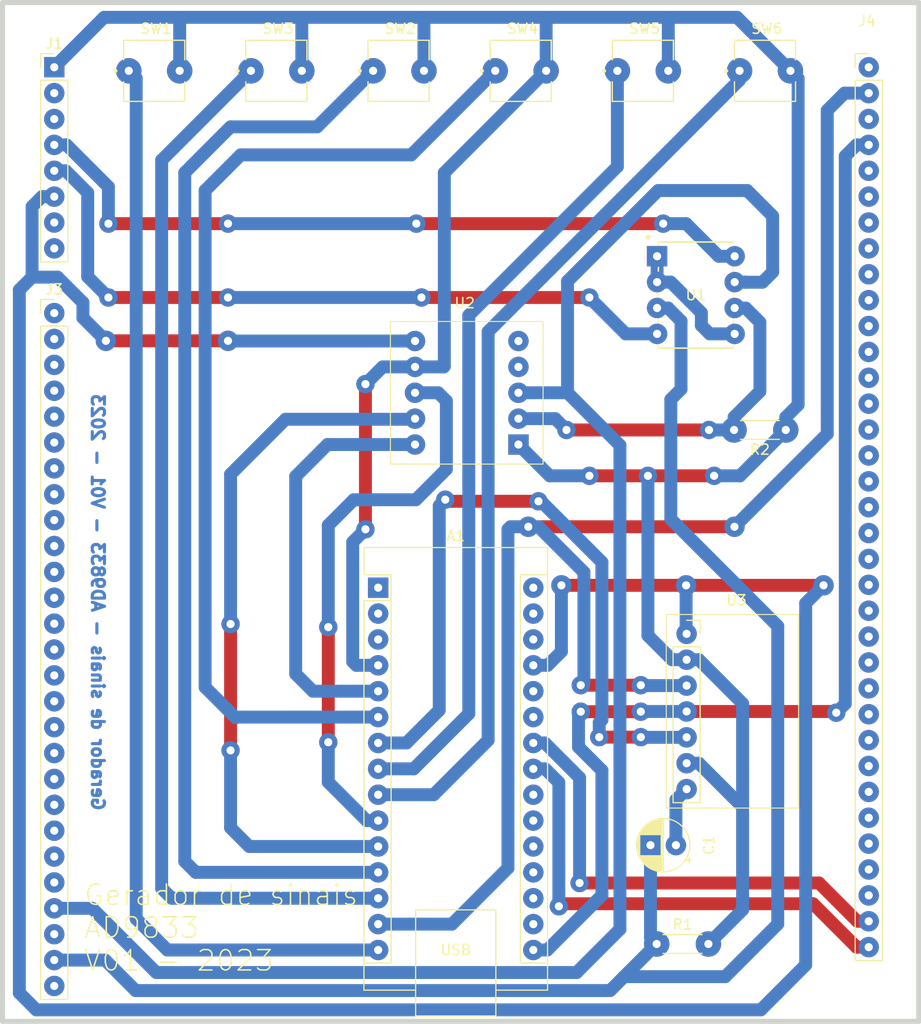
<source format=kicad_pcb>
(kicad_pcb (version 20221018) (generator pcbnew)
  (title_block (title "Barramento do EITduino") (date "2023-04-12") (rev "v01") (company "EITduino") (comment 1 "Autor: Gustavo Pinheiro") (comment 2 "Barramento proposto para uma placa 90x100 mm") (comment 3 "placa de face simples"))
  (layers (0 "F.Cu" signal) (31 "B.Cu" signal) (34 "B.Paste" user) (35 "F.Paste" user) (36 "B.SilkS" user "B.Silkscreen") (37 "F.SilkS" user "F.Silkscreen") (38 "B.Mask" user) (39 "F.Mask" user) (44 "Edge.Cuts" user))
  (net 0 "")
  (net 1 "+12V")
  (net 2 "-12V")
  (net 3 "+9V")
  (net 4 "-9V")
  (net 5 "+5V")
  (net 6 "-5V")
  (net 7 "+3.3V")
  (net 47 "Earth")
  (net 49 "I1")
  (net 50 "I2")
  (net 51 "Ampl1")
  (net 52 "Ampl2")
  (net 54 "Sin2")
  (net 56 "SinB")
  (net 57 "SINC")
  (net 58 "SPI_COPI")
  (net 59 "SPI_CIPO")
  (net 60 "SPI_clk")
  (net 61 "CS (AD9833)")
  (net 63 "CS (X9c104)")
  (net 64 "storage_R")
  (net 65 "SCL3")
  (net 66 "SDA3")
  (net 67 "SCL2")
  (net 68 "SDA2")
  (net 69 "SCL1")
  (net 70 "SDA1")
  (net 71 "Up_pot")
  (net 72 "Down_pot")
  (net 73 "X9c10x_INC")
  (net 74 "X9c10x_U{slash}D")
  (net 75 "freq+")
  (net 76 "freq-")
  (net 77 "S_wave")
  (net 84 "out_buffer")
  (net 89 "Out_ad9833")
  (net 90 "Passa_alta")
  (net 91 "Out_circuito")
  (net 94 "CS (1)")
  (net 95 "CS (0)")
  (net 96 "Net-(U1--IN2)")
  (footprint "X9c10X_module:X9c10X_module" (layer "F.Cu") (at 147.2 89.1)
    (fp_text reference "U2" (at -0.2 -8.8) (layer "F.SilkS"))
    (fp_text value "X9c10x")
    (pad "1" thru_hole circle (at -5.08 -5.08) (size 2 2) (drill 0.8) (layers "*.Cu" "*.Mask") (net 5 "+5V"))
    (pad "2" thru_hole circle (at -5.08 -2.54) (size 2 2) (drill 0.8) (layers "*.Cu" "*.Mask") (net 47 "Earth"))
    (pad "3" thru_hole circle (at -5.08 0) (size 2 2) (drill 0.8) (layers "*.Cu" "*.Mask") (net 73 "X9c10x_INC"))
    (pad "4" thru_hole circle (at -5.08 2.54) (size 2 2) (drill 0.8) (layers "*.Cu" "*.Mask") (net 74 "X9c10x_U{slash}D"))
    (pad "5" thru_hole circle (at -5.08 5.08) (size 2 2) (drill 0.8) (layers "*.Cu" "*.Mask") (net 63 "CS (X9c104)"))
    (pad "6" thru_hole rect (at 5.08 5.08) (size 2 2) (drill 0.8) (layers "*.Cu" "*.Mask") (net 47 "Earth"))
    (pad "7" thru_hole circle (at 5.08 2.54) (size 2 2) (drill 0.8) (layers "*.Cu" "*.Mask") (net 96 "Net-(U1--IN2)"))
    (pad "8" thru_hole circle (at 5.08 0) (size 2 2) (drill 0.8) (layers "*.Cu" "*.Mask") (net 91 "Out_circuito"))
    (pad "9" thru_hole circle (at 5.08 -2.54) (size 2 2) (drill 0.8) (layers "*.Cu" "*.Mask"))
    (pad "10" thru_hole circle (at 5.08 -5.08) (size 2 2) (drill 0.8) (layers "*.Cu" "*.Mask"))
  )
  (footprint "push_button_2_pin:SW_BUTT-2" (layer "F.Cu") (at 128.5 57.5)
    (fp_text reference "SW3" (at 0.175 -4.135) (layer "F.SilkS"))
    (fp_text value "botao_decremento_freq")
    (pad "1" thru_hole circle (at -2.5 0) (size 2.5 2.5) (drill 0.8) (layers "*.Cu" "*.Mask") (net 76 "freq-"))
    (pad "2" thru_hole circle (at 2.5 0) (size 2.5 2.5) (drill 0.8) (layers "*.Cu" "*.Mask") (net 47 "Earth"))
  )
  (footprint "Capacitor_THT:CP_Radial_D5.0mm_P2.50mm" (layer "F.Cu") (at 167.75 133.5 180)
    (fp_text reference "C1" (at -3.25 0 90) (layer "F.SilkS"))
    (fp_text value "100 nF")
    (pad "1" thru_hole circle (at 0 0 180) (size 2 2) (drill 0.8) (layers "*.Cu" "*.Mask") (net 89 "Out_ad9833"))
    (pad "2" thru_hole rect (at 2.5 0 180) (size 2 2.5) (drill 0.8) (layers "*.Cu" "*.Mask") (net 90 "Passa_alta"))
  )
  (footprint "Module:Arduino_Nano" (layer "F.Cu") (at 138.5 108.23)
    (fp_text reference "A1" (at 7.62 -5.08) (layer "F.SilkS"))
    (fp_text value "Arduino_Nano_v3.x")
    (fp_text user "USB" (at 7.62 35.56 unlocked) (layer "F.SilkS"))
    (pad "1" thru_hole rect (at 0 0) (size 2 2) (drill 0.8) (layers "*.Cu" "*.Mask"))
    (pad "2" thru_hole circle (at 0 2.54) (size 2 2) (drill 0.8) (layers "*.Cu" "*.Mask"))
    (pad "3" thru_hole circle (at 0 5.08) (size 2 2) (drill 0.8) (layers "*.Cu" "*.Mask"))
    (pad "4" thru_hole circle (at 0 7.62) (size 2 2) (drill 0.8) (layers "*.Cu" "*.Mask") (net 47 "Earth"))
    (pad "5" thru_hole circle (at 0 10.16) (size 2 2) (drill 0.8) (layers "*.Cu" "*.Mask") (net 63 "CS (X9c104)"))
    (pad "6" thru_hole circle (at 0 12.7) (size 2 2) (drill 0.8) (layers "*.Cu" "*.Mask") (net 64 "storage_R"))
    (pad "7" thru_hole circle (at 0 15.24) (size 2 2) (drill 0.8) (layers "*.Cu" "*.Mask") (net 61 "CS (AD9833)"))
    (pad "8" thru_hole circle (at 0 17.78) (size 2 2) (drill 0.8) (layers "*.Cu" "*.Mask") (net 71 "Up_pot"))
    (pad "9" thru_hole circle (at 0 20.32) (size 2 2) (drill 0.8) (layers "*.Cu" "*.Mask") (net 72 "Down_pot"))
    (pad "10" thru_hole circle (at 0 22.86) (size 2 2) (drill 0.8) (layers "*.Cu" "*.Mask") (net 73 "X9c10x_INC"))
    (pad "11" thru_hole circle (at 0 25.4) (size 2 2) (drill 0.8) (layers "*.Cu" "*.Mask") (net 74 "X9c10x_U{slash}D"))
    (pad "12" thru_hole circle (at 0 27.94) (size 2 2) (drill 0.8) (layers "*.Cu" "*.Mask") (net 75 "freq+"))
    (pad "13" thru_hole circle (at 0 30.48) (size 2 2) (drill 0.8) (layers "*.Cu" "*.Mask") (net 76 "freq-"))
    (pad "14" thru_hole circle (at 0 33.02) (size 2 2) (drill 0.8) (layers "*.Cu" "*.Mask") (net 58 "SPI_COPI"))
    (pad "15" thru_hole circle (at 0 35.56) (size 2 2) (drill 0.8) (layers "*.Cu" "*.Mask") (net 77 "S_wave"))
    (pad "16" thru_hole circle (at 15.24 35.56) (size 2 2) (drill 0.8) (layers "*.Cu" "*.Mask") (net 60 "SPI_clk"))
    (pad "17" thru_hole circle (at 15.24 33.02) (size 2 2) (drill 0.8) (layers "*.Cu" "*.Mask"))
    (pad "18" thru_hole circle (at 15.24 30.48) (size 2 2) (drill 0.8) (layers "*.Cu" "*.Mask"))
    (pad "19" thru_hole circle (at 15.24 27.94) (size 2 2) (drill 0.8) (layers "*.Cu" "*.Mask"))
    (pad "20" thru_hole circle (at 15.24 25.4) (size 2 2) (drill 0.8) (layers "*.Cu" "*.Mask"))
    (pad "21" thru_hole circle (at 15.24 22.86) (size 2 2) (drill 0.8) (layers "*.Cu" "*.Mask"))
    (pad "22" thru_hole circle (at 15.24 20.32) (size 2 2) (drill 0.8) (layers "*.Cu" "*.Mask"))
    (pad "23" thru_hole circle (at 15.24 17.78) (size 2 2) (drill 0.8) (layers "*.Cu" "*.Mask") (net 70 "SDA1"))
    (pad "24" thru_hole circle (at 15.24 15.24) (size 2 2) (drill 0.8) (layers "*.Cu" "*.Mask") (net 69 "SCL1"))
    (pad "25" thru_hole circle (at 15.24 12.7) (size 2 2) (drill 0.8) (layers "*.Cu" "*.Mask"))
    (pad "26" thru_hole circle (at 15.24 10.16) (size 2 2) (drill 0.8) (layers "*.Cu" "*.Mask"))
    (pad "27" thru_hole circle (at 15.24 7.62) (size 2 2) (drill 0.8) (layers "*.Cu" "*.Mask") (net 5 "+5V"))
    (pad "28" thru_hole circle (at 15.24 5.08) (size 2 2) (drill 0.8) (layers "*.Cu" "*.Mask"))
    (pad "29" thru_hole circle (at 15.24 2.54) (size 2 2) (drill 0.8) (layers "*.Cu" "*.Mask"))
    (pad "30" thru_hole circle (at 15.24 0) (size 2 2) (drill 0.8) (layers "*.Cu" "*.Mask"))
  )
  (footprint "AD828:N_8_ADI" (layer "F.Cu") (at 165.9 75.7)
    (fp_text reference "U1" (at 3.81 3.81 unlocked) (layer "F.SilkS"))
    (fp_text value "AD828AN")
    (fp_text user "*" (at -0.9 -1.524) (layer "F.SilkS"))
    (pad "1" thru_hole rect (at 0 0) (size 2 2) (drill 0.8) (layers "*.Cu" "*.Mask") (net 84 "out_buffer"))
    (pad "2" thru_hole circle (at 0 2.54) (size 2 2) (drill 0.8) (layers "*.Cu" "*.Mask") (net 84 "out_buffer"))
    (pad "3" thru_hole circle (at 0 5.08) (size 2 2) (drill 0.8) (layers "*.Cu" "*.Mask") (net 90 "Passa_alta"))
    (pad "4" thru_hole circle (at 0 7.62) (size 2 2) (drill 0.8) (layers "*.Cu" "*.Mask") (net 4 "-9V"))
    (pad "5" thru_hole circle (at 7.62 7.62) (size 2 2) (drill 0.8) (layers "*.Cu" "*.Mask") (net 84 "out_buffer"))
    (pad "6" thru_hole circle (at 7.62 5.08) (size 2 2) (drill 0.8) (layers "*.Cu" "*.Mask") (net 96 "Net-(U1--IN2)"))
    (pad "7" thru_hole circle (at 7.62 2.54) (size 2 2) (drill 0.8) (layers "*.Cu" "*.Mask") (net 91 "Out_circuito"))
    (pad "8" thru_hole circle (at 7.62 0) (size 2 2) (drill 0.8) (layers "*.Cu" "*.Mask") (net 3 "+9V"))
  )
  (footprint "push_button_2_pin:SW_BUTT-2" (layer "F.Cu") (at 152.5 57.5)
    (fp_text reference "SW4" (at 0.175 -4.135) (layer "F.SilkS"))
    (fp_text value "botao_save_Rgain")
    (pad "1" thru_hole circle (at -2.5 0) (size 2.5 2.5) (drill 0.8) (layers "*.Cu" "*.Mask") (net 64 "storage_R"))
    (pad "2" thru_hole circle (at 2.5 0) (size 2.5 2.5) (drill 0.8) (layers "*.Cu" "*.Mask") (net 47 "Earth"))
  )
  (footprint "Connector_PinHeader_2.54mm:PinHeader_1x35_P2.54mm_Vertical" (layer "F.Cu") (at 186.69 57.15)
    (fp_text reference "J4" (at -0.165 -4.535) (layer "F.SilkS"))
    (fp_text value "comunicacao / sinais digitais" hide)
    (pad "1" thru_hole circle (at 0 0) (size 2 2) (drill 0.8) (layers "*.Cu" "*.Mask") (net 57 "SINC"))
    (pad "2" thru_hole circle (at 0 2.54) (size 2 2) (drill 0.8) (layers "*.Cu" "*.Mask") (net 58 "SPI_COPI"))
    (pad "3" thru_hole circle (at 0 5.08) (size 2 2) (drill 0.8) (layers "*.Cu" "*.Mask") (net 59 "SPI_CIPO"))
    (pad "4" thru_hole circle (at 0 7.62) (size 2 2) (drill 0.8) (layers "*.Cu" "*.Mask") (net 60 "SPI_clk"))
    (pad "5" thru_hole circle (at 0 10.16) (size 2 2) (drill 0.8) (layers "*.Cu" "*.Mask") (net 95 "CS (0)"))
    (pad "6" thru_hole circle (at 0 12.7) (size 2 2) (drill 0.8) (layers "*.Cu" "*.Mask") (net 94 "CS (1)"))
    (pad "7" thru_hole circle (at 0 15.24) (size 2 2) (drill 0.8) (layers "*.Cu" "*.Mask"))
    (pad "8" thru_hole circle (at 0 17.78) (size 2 2) (drill 0.8) (layers "*.Cu" "*.Mask"))
    (pad "9" thru_hole circle (at 0 20.32) (size 2 2) (drill 0.8) (layers "*.Cu" "*.Mask"))
    (pad "10" thru_hole circle (at 0 22.86) (size 2 2) (drill 0.8) (layers "*.Cu" "*.Mask"))
    (pad "11" thru_hole circle (at 0 25.4) (size 2 2) (drill 0.8) (layers "*.Cu" "*.Mask"))
    (pad "12" thru_hole circle (at 0 27.94) (size 2 2) (drill 0.8) (layers "*.Cu" "*.Mask"))
    (pad "13" thru_hole circle (at 0 30.48) (size 2 2) (drill 0.8) (layers "*.Cu" "*.Mask"))
    (pad "14" thru_hole circle (at 0 33.02) (size 2 2) (drill 0.8) (layers "*.Cu" "*.Mask"))
    (pad "15" thru_hole circle (at 0 35.56) (size 2 2) (drill 0.8) (layers "*.Cu" "*.Mask"))
    (pad "16" thru_hole circle (at 0 38.1) (size 2 2) (drill 0.8) (layers "*.Cu" "*.Mask"))
    (pad "17" thru_hole circle (at 0 40.64) (size 2 2) (drill 0.8) (layers "*.Cu" "*.Mask"))
    (pad "18" thru_hole circle (at 0 43.18) (size 2 2) (drill 0.8) (layers "*.Cu" "*.Mask"))
    (pad "19" thru_hole circle (at 0 45.72) (size 2 2) (drill 0.8) (layers "*.Cu" "*.Mask"))
    (pad "20" thru_hole circle (at 0 48.26) (size 2 2) (drill 0.8) (layers "*.Cu" "*.Mask"))
    (pad "21" thru_hole circle (at 0 50.8) (size 2 2) (drill 0.8) (layers "*.Cu" "*.Mask"))
    (pad "22" thru_hole circle (at 0 53.34) (size 2 2) (drill 0.8) (layers "*.Cu" "*.Mask"))
    (pad "23" thru_hole circle (at 0 55.88) (size 2 2) (drill 0.8) (layers "*.Cu" "*.Mask"))
    (pad "24" thru_hole circle (at 0 58.42) (size 2 2) (drill 0.8) (layers "*.Cu" "*.Mask"))
    (pad "25" thru_hole circle (at 0 60.96) (size 2 2) (drill 0.8) (layers "*.Cu" "*.Mask"))
    (pad "26" thru_hole circle (at 0 63.5) (size 2 2) (drill 0.8) (layers "*.Cu" "*.Mask"))
    (pad "27" thru_hole circle (at 0 66.04) (size 2 2) (drill 0.8) (layers "*.Cu" "*.Mask"))
    (pad "28" thru_hole circle (at 0 68.58) (size 2 2) (drill 0.8) (layers "*.Cu" "*.Mask"))
    (pad "29" thru_hole circle (at 0 71.12) (size 2 2) (drill 0.8) (layers "*.Cu" "*.Mask"))
    (pad "30" thru_hole circle (at 0 73.66) (size 2 2) (drill 0.8) (layers "*.Cu" "*.Mask") (net 65 "SCL3"))
    (pad "31" thru_hole circle (at 0 76.2) (size 2 2) (drill 0.8) (layers "*.Cu" "*.Mask") (net 66 "SDA3"))
    (pad "32" thru_hole circle (at 0 78.74) (size 2 2) (drill 0.8) (layers "*.Cu" "*.Mask") (net 67 "SCL2"))
    (pad "33" thru_hole circle (at 0 81.28) (size 2 2) (drill 0.8) (layers "*.Cu" "*.Mask") (net 68 "SDA2"))
    (pad "34" thru_hole circle (at 0 83.82) (size 2 2) (drill 0.8) (layers "*.Cu" "*.Mask") (net 69 "SCL1"))
    (pad "35" thru_hole circle (at 0 86.36) (size 2 2) (drill 0.8) (layers "*.Cu" "*.Mask") (net 70 "SDA1"))
  )
  (footprint "push_button_2_pin:SW_BUTT-2" (layer "F.Cu") (at 176.5 57.5)
    (fp_text reference "SW6" (at 0.175 -4.135) (layer "F.SilkS"))
    (fp_text value "botao_diminui_Rgain")
    (pad "1" thru_hole circle (at -2.5 0) (size 2.5 2.5) (drill 0.8) (layers "*.Cu" "*.Mask") (net 72 "Down_pot"))
    (pad "2" thru_hole circle (at 2.5 0) (size 2.5 2.5) (drill 0.8) (layers "*.Cu" "*.Mask") (net 47 "Earth"))
  )
  (footprint "Resistor_THT:R_Axial_DIN0204_L3.6mm_D1.6mm_P5.08mm_Horizontal" (layer "F.Cu") (at 178.54 92.75 180)
    (fp_text reference "R2" (at 2.54 -1.92) (layer "F.SilkS"))
    (fp_text value "2,7k")
    (pad "1" thru_hole circle (at 0 0 180) (size 2.5 2.5) (drill 0.8) (layers "*.Cu" "*.Mask") (net 47 "Earth"))
    (pad "2" thru_hole circle (at 5.08 0 180) (size 2.5 2.5) (drill 0.8) (layers "*.Cu" "*.Mask") (net 96 "Net-(U1--IN2)"))
  )
  (footprint "Connector_PinHeader_2.54mm:PinHeader_1x08_P2.54mm_Vertical" (layer "F.Cu") (at 106.68 57.15)
    (fp_text reference "J1" (at 0 -2.33) (layer "F.SilkS"))
    (fp_text value "tensoes")
    (pad "1" thru_hole rect (at 0 0) (size 2 2) (drill 0.8) (layers "*.Cu" "*.Mask") (net 47 "Earth"))
    (pad "2" thru_hole circle (at 0 2.54) (size 2 2) (drill 0.8) (layers "*.Cu" "*.Mask") (net 1 "+12V"))
    (pad "3" thru_hole circle (at 0 5.08) (size 2 2) (drill 0.8) (layers "*.Cu" "*.Mask") (net 2 "-12V"))
    (pad "4" thru_hole circle (at 0 7.62) (size 2 2) (drill 0.8) (layers "*.Cu" "*.Mask") (net 3 "+9V"))
    (pad "5" thru_hole circle (at 0 10.16) (size 2 2) (drill 0.8) (layers "*.Cu" "*.Mask") (net 4 "-9V"))
    (pad "6" thru_hole circle (at 0 12.7) (size 2 2) (drill 0.8) (layers "*.Cu" "*.Mask") (net 5 "+5V"))
    (pad "7" thru_hole circle (at 0 15.24) (size 2 2) (drill 0.8) (layers "*.Cu" "*.Mask") (net 6 "-5V"))
    (pad "8" thru_hole circle (at 0 17.78) (size 2 2) (drill 0.8) (layers "*.Cu" "*.Mask") (net 7 "+3.3V"))
  )
  (footprint "Connector_PinHeader_2.54mm:PinHeader_1x27_P2.54mm_Vertical" (layer "F.Cu") (at 106.68 81.28)
    (fp_text reference "J3" (at 0 -2.33) (layer "F.SilkS"))
    (fp_text value "sinais analogicos")
    (pad "1" thru_hole circle (at 0 0) (size 2 2) (drill 0.8) (layers "*.Cu" "*.Mask"))
    (pad "2" thru_hole circle (at 0 2.54) (size 2 2) (drill 0.8) (layers "*.Cu" "*.Mask"))
    (pad "3" thru_hole circle (at 0 5.08) (size 2 2) (drill 0.8) (layers "*.Cu" "*.Mask"))
    (pad "4" thru_hole circle (at 0 7.62) (size 2 2) (drill 0.8) (layers "*.Cu" "*.Mask"))
    (pad "5" thru_hole circle (at 0 10.16) (size 2 2) (drill 0.8) (layers "*.Cu" "*.Mask"))
    (pad "6" thru_hole circle (at 0 12.7) (size 2 2) (drill 0.8) (layers "*.Cu" "*.Mask"))
    (pad "7" thru_hole circle (at 0 15.24) (size 2 2) (drill 0.8) (layers "*.Cu" "*.Mask"))
    (pad "8" thru_hole circle (at 0 17.78) (size 2 2) (drill 0.8) (layers "*.Cu" "*.Mask"))
    (pad "9" thru_hole circle (at 0 20.32) (size 2 2) (drill 0.8) (layers "*.Cu" "*.Mask"))
    (pad "10" thru_hole circle (at 0 22.86) (size 2 2) (drill 0.8) (layers "*.Cu" "*.Mask"))
    (pad "11" thru_hole circle (at 0 25.4) (size 2 2) (drill 0.8) (layers "*.Cu" "*.Mask"))
    (pad "12" thru_hole circle (at 0 27.94) (size 2 2) (drill 0.8) (layers "*.Cu" "*.Mask"))
    (pad "13" thru_hole circle (at 0 30.48) (size 2 2) (drill 0.8) (layers "*.Cu" "*.Mask"))
    (pad "14" thru_hole circle (at 0 33.02) (size 2 2) (drill 0.8) (layers "*.Cu" "*.Mask"))
    (pad "15" thru_hole circle (at 0 35.56) (size 2 2) (drill 0.8) (layers "*.Cu" "*.Mask"))
    (pad "16" thru_hole circle (at 0 38.1) (size 2 2) (drill 0.8) (layers "*.Cu" "*.Mask"))
    (pad "17" thru_hole circle (at 0 40.64) (size 2 2) (drill 0.8) (layers "*.Cu" "*.Mask"))
    (pad "18" thru_hole circle (at 0 43.18) (size 2 2) (drill 0.8) (layers "*.Cu" "*.Mask"))
    (pad "19" thru_hole circle (at 0 45.72) (size 2 2) (drill 0.8) (layers "*.Cu" "*.Mask"))
    (pad "20" thru_hole circle (at 0 48.26) (size 2 2) (drill 0.8) (layers "*.Cu" "*.Mask") (net 49 "I1"))
    (pad "21" thru_hole circle (at 0 50.8) (size 2 2) (drill 0.8) (layers "*.Cu" "*.Mask") (net 50 "I2"))
    (pad "22" thru_hole circle (at 0 53.34) (size 2 2) (drill 0.8) (layers "*.Cu" "*.Mask") (net 51 "Ampl1"))
    (pad "23" thru_hole circle (at 0 55.88) (size 2 2) (drill 0.8) (layers "*.Cu" "*.Mask") (net 52 "Ampl2"))
    (pad "24" thru_hole circle (at 0 58.42) (size 2 2) (drill 0.8) (layers "*.Cu" "*.Mask") (net 91 "Out_circuito"))
    (pad "25" thru_hole circle (at 0 60.96) (size 2 2) (drill 0.8) (layers "*.Cu" "*.Mask") (net 54 "Sin2"))
    (pad "26" thru_hole circle (at 0 63.5) (size 2 2) (drill 0.8) (layers "*.Cu" "*.Mask") (net 90 "Passa_alta"))
    (pad "27" thru_hole circle (at 0 66.04) (size 2 2) (drill 0.8) (layers "*.Cu" "*.Mask") (net 56 "SinB"))
  )
  (footprint "AD9833_module:AD9833_module" (layer "F.Cu") (at 168.8 112.76)
    (fp_text reference "U3" (at 4.9 -3.3) (layer "F.SilkS"))
    (fp_text value "AD9833_module")
    (pad "1" thru_hole circle (at 0 0) (size 2 2) (drill 0.8) (layers "*.Cu" "*.Mask") (net 5 "+5V"))
    (pad "2" thru_hole circle (at 0 2.54) (size 2 2) (drill 0.8) (layers "*.Cu" "*.Mask") (net 47 "Earth"))
    (pad "3" thru_hole circle (at 0 5.08) (size 2 2) (drill 0.8) (layers "*.Cu" "*.Mask") (net 58 "SPI_COPI"))
    (pad "4" thru_hole circle (at 0 7.62) (size 2 2) (drill 0.8) (layers "*.Cu" "*.Mask") (net 60 "SPI_clk"))
    (pad "5" thru_hole circle (at 0 10.16) (size 2 2) (drill 0.8) (layers "*.Cu" "*.Mask") (net 61 "CS (AD9833)"))
    (pad "6" thru_hole circle (at 0 12.7) (size 2 2) (drill 0.8) (layers "*.Cu" "*.Mask") (net 47 "Earth"))
    (pad "7" thru_hole circle (at 0 15.24) (size 2 2) (drill 0.8) (layers "*.Cu" "*.Mask") (net 89 "Out_ad9833"))
  )
  (footprint "push_button_2_pin:SW_BUTT-2" (layer "F.Cu") (at 140.5 57.5)
    (fp_text reference "SW2" (at 0.175 -4.135) (layer "F.SilkS"))
    (fp_text value "botao_incremento_freq")
    (pad "1" thru_hole circle (at -2.5 0) (size 2.5 2.5) (drill 0.8) (layers "*.Cu" "*.Mask") (net 75 "freq+"))
    (pad "2" thru_hole circle (at 2.5 0) (size 2.5 2.5) (drill 0.8) (layers "*.Cu" "*.Mask") (net 47 "Earth"))
  )
  (footprint "push_button_2_pin:SW_BUTT-2" (layer "F.Cu") (at 116.5 57.5)
    (fp_text reference "SW1" (at 0.175 -4.135) (layer "F.SilkS"))
    (fp_text value "botao_forma_onda")
    (pad "1" thru_hole circle (at -2.5 0) (size 2.5 2.5) (drill 0.8) (layers "*.Cu" "*.Mask") (net 77 "S_wave"))
    (pad "2" thru_hole circle (at 2.5 0) (size 2.5 2.5) (drill 0.8) (layers "*.Cu" "*.Mask") (net 47 "Earth"))
  )
  (footprint "Resistor_THT:R_Axial_DIN0204_L3.6mm_D1.6mm_P5.08mm_Horizontal" (layer "F.Cu") (at 165.86 143.2)
    (fp_text reference "R1" (at 2.54 -1.92) (layer "F.SilkS"))
    (fp_text value "10k")
    (pad "1" thru_hole circle (at 0 0) (size 2.5 2.5) (drill 0.8) (layers "*.Cu" "*.Mask") (net 90 "Passa_alta"))
    (pad "2" thru_hole circle (at 5.08 0) (size 2.5 2.5) (drill 0.8) (layers "*.Cu" "*.Mask") (net 47 "Earth"))
  )
  (footprint "push_button_2_pin:SW_BUTT-2" (layer "F.Cu") (at 164.5 57.5)
    (fp_text reference "SW5" (at 0.175 -4.135) (layer "F.SilkS"))
    (fp_text value "botao_aumenta_Rgain")
    (pad "1" thru_hole circle (at -2.5 0) (size 2.5 2.5) (drill 0.8) (layers "*.Cu" "*.Mask") (net 71 "Up_pot"))
    (pad "2" thru_hole circle (at 2.5 0) (size 2.5 2.5) (drill 0.8) (layers "*.Cu" "*.Mask") (net 47 "Earth"))
  )
  (gr_line (start 191.6 50.8) (end 101.6 50.8) (stroke (width 0.5)) (layer "Edge.Cuts"))
  (gr_line (start 191.6 150.8) (end 191.6 50.8) (stroke (width 0.5)) (layer "Edge.Cuts"))
  (gr_line (start 191.59982 150.7998) (end 101.6 150.7998) (stroke (width 0.5)) (layer "Edge.Cuts"))
  (gr_line (start 101.6 50.8) (end 101.6 150.7998) (stroke (width 0.5)) (layer "Edge.Cuts"))
  (gr_text "Gerador de sinais - AD9833 - V01 - 2023\n" (at 110.25 130.25 270) (layer "B.Cu") (effects (font (size 1.2 1.2) (thickness 0.3) bold) (justify left bottom mirror)))
  (gr_text "Gerador de sinais \nAD9833\nV01 - 2023\n" (at 109.5 146) (layer "F.SilkS") (effects (font (size 2 2)) (justify left bottom)))
  (segment (start 123.75 72.5) (end 112 72.5) (width 1.27) (layer "F.Cu") (net 3))
  (segment (start 142.25 72.5) (end 166.5 72.5) (width 1.27) (layer "F.Cu") (net 3))
  (via (at 142.25 72.5) (size 1.8) (drill 0.8) (layers "F.Cu" "B.Cu") (net 3))
  (via (at 123.75 72.5) (size 1.8) (drill 0.8) (layers "F.Cu" "B.Cu") (net 3))
  (via (at 166.5 72.5) (size 1.8) (drill 0.8) (layers "F.Cu" "B.Cu") (net 3))
  (via (at 112 72.5) (size 1.8) (drill 0.8) (layers "F.Cu" "B.Cu") (net 3))
  (segment (start 171.95 75.7) (end 168.75 72.5) (width 1.27) (layer "B.Cu") (net 3))
  (segment (start 112 68.887919) (end 107.882081 64.77) (width 1.27) (layer "B.Cu") (net 3))
  (segment (start 107.882081 64.77) (end 106.68 64.77) (width 1.27) (layer "B.Cu") (net 3))
  (segment (start 112 72.5) (end 112 68.887919) (width 1.27) (layer "B.Cu") (net 3))
  (segment (start 123.75 72.5) (end 142.25 72.5) (width 1.27) (layer "B.Cu") (net 3))
  (segment (start 168.75 72.5) (end 166.5 72.5) (width 1.27) (layer "B.Cu") (net 3))
  (segment (start 173.52 75.7) (end 171.95 75.7) (width 1.27) (layer "B.Cu") (net 3))
  (segment (start 123.75 79.75) (end 112 79.75) (width 1.27) (layer "F.Cu") (net 4))
  (segment (start 159.25 79.75) (end 142.75 79.75) (width 1.27) (layer "F.Cu") (net 4))
  (via (at 159.25 79.75) (size 1.8) (drill 0.8) (layers "F.Cu" "B.Cu") (net 4))
  (via (at 112 79.75) (size 1.8) (drill 0.8) (layers "F.Cu" "B.Cu") (net 4))
  (via (at 142.75 79.75) (size 1.8) (drill 0.8) (layers "F.Cu" "B.Cu") (net 4))
  (via (at 123.75 79.75) (size 1.8) (drill 0.8) (layers "F.Cu" "B.Cu") (net 4))
  (segment (start 162.82 83.32) (end 159.25 79.75) (width 1.27) (layer "B.Cu") (net 4))
  (segment (start 109.965 77.715) (end 109.965 69.465) (width 1.27) (layer "B.Cu") (net 4))
  (segment (start 165.9 83.32) (end 162.82 83.32) (width 1.27) (layer "B.Cu") (net 4))
  (segment (start 109.965 69.465) (end 107.81 67.31) (width 1.27) (layer "B.Cu") (net 4))
  (segment (start 107.81 67.31) (end 106.68 67.31) (width 1.27) (layer "B.Cu") (net 4))
  (segment (start 123.75 79.75) (end 142.75 79.75) (width 1.27) (layer "B.Cu") (net 4))
  (segment (start 112 79.75) (end 109.965 77.715) (width 1.27) (layer "B.Cu") (net 4))
  (segment (start 168.75 108) (end 182.25 108) (width 1.27) (layer "F.Cu") (net 5))
  (segment (start 111.75 84) (end 123.75 84) (width 1.27) (layer "F.Cu") (net 5))
  (segment (start 168.75 108) (end 156.5 108) (width 1.27) (layer "F.Cu") (net 5))
  (via (at 111.75 84) (size 2) (drill 0.8) (layers "F.Cu" "B.Cu") (net 5))
  (via (at 168.75 108) (size 2) (drill 0.8) (layers "F.Cu" "B.Cu") (net 5))
  (via (at 182.25 108) (size 2) (drill 0.8) (layers "F.Cu" "B.Cu") (net 5))
  (via (at 123.75 84) (size 2) (drill 0.8) (layers "F.Cu" "B.Cu") (net 5))
  (via (at 156.5 108) (size 2) (drill 0.8) (layers "F.Cu" "B.Cu") (net 5))
  (segment (start 155.15 115.85) (end 156.5 114.5) (width 1.27) (layer "B.Cu") (net 5))
  (segment (start 123.77 84.02) (end 142.12 84.02) (width 1.27) (layer "B.Cu") (net 5))
  (segment (start 180.5 109.75) (end 180.5 145.25) (width 1.27) (layer "B.Cu") (net 5))
  (segment (start 109.5 81.75) (end 109.5 80.25) (width 1.27) (layer "B.Cu") (net 5))
  (segment (start 176.0852 149.6648) (end 104.9148 149.6648) (width 1.27) (layer "B.Cu") (net 5))
  (segment (start 104.5 77.75) (end 104.5 70.827919) (width 1.27) (layer "B.Cu") (net 5))
  (segment (start 182.25 108) (end 180.5 109.75) (width 1.27) (layer "B.Cu") (net 5))
  (segment (start 168.75 108) (end 168.75 112.71) (width 1.27) (layer "B.Cu") (net 5))
  (segment (start 103.25 79) (end 104.5 77.75) (width 1.27) (layer "B.Cu") (net 5))
  (segment (start 103.25 148) (end 103.25 79) (width 1.27) (layer "B.Cu") (net 5))
  (segment (start 109.5 80.25) (end 107 77.75) (width 1.27) (layer "B.Cu") (net 5))
  (segment (start 180.5 145.25) (end 176.0852 149.6648) (width 1.27) (layer "B.Cu") (net 5))
  (segment (start 153.74 115.85) (end 155.15 115.85) (width 1.27) (layer "B.Cu") (net 5))
  (segment (start 168.75 112.71) (end 168.8 112.76) (width 1.27) (layer "B.Cu") (net 5))
  (segment (start 111.75 84) (end 109.5 81.75) (width 1.27) (layer "B.Cu") (net 5))
  (segment (start 107 77.75) (end 104.5 77.75) (width 1.27) (layer "B.Cu") (net 5))
  (segment (start 156.5 114.5) (end 156.5 108) (width 1.27) (layer "B.Cu") (net 5))
  (segment (start 105.477919 69.85) (end 106.68 69.85) (width 1.27) (layer "B.Cu") (net 5))
  (segment (start 104.9148 149.6648) (end 103.25 148) (width 1.27) (layer "B.Cu") (net 5))
  (segment (start 104.5 70.827919) (end 105.477919 69.85) (width 1.27) (layer "B.Cu") (net 5))
  (segment (start 123.75 84) (end 123.77 84.02) (width 1.27) (layer "B.Cu") (net 5))
  (segment (start 165 97.25) (end 159.25 97.25) (width 1.27) (layer "F.Cu") (net 47))
  (segment (start 165 97.25) (end 171.5 97.25) (width 1.27) (layer "F.Cu") (net 47))
  (segment (start 137.25 88.25) (end 137.25 102.5) (width 1.27) (layer "F.Cu") (net 47))
  (via (at 165 97.25) (size 1.8) (drill 0.8) (layers "F.Cu" "B.Cu") (net 47))
  (via (at 171.5 97.25) (size 1.8) (drill 0.8) (layers "F.Cu" "B.Cu") (net 47))
  (via (at 137.25 88.25) (size 1.8) (drill 0.8) (layers "F.Cu" "B.Cu") (net 47))
  (via (at 159.25 97.25) (size 1.8) (drill 0.8) (layers "F.Cu" "B.Cu") (net 47))
  (via (at 137.25 102.5) (size 1.8) (drill 0.8) (layers "F.Cu" "B.Cu") (net 47))
  (segment (start 170.002081 125.46) (end 168.8 125.46) (width 1.27) (layer "B.Cu") (net 47))
  (segment (start 138.94 86.56) (end 142.12 86.56) (width 1.27) (layer "B.Cu") (net 47))
  (segment (start 144.94 86.56) (end 142.12 86.56) (width 1.27) (layer "B.Cu") (net 47))
  (segment (start 179 57.5) (end 179.754 58.254) (width 1.27) (layer "B.Cu") (net 47))
  (segment (start 142.75 52.25) (end 155 52.25) (width 1.27) (layer "B.Cu") (net 47))
  (segment (start 173.75 52.25) (end 179 57.5) (width 1.27) (layer "B.Cu") (net 47))
  (segment (start 143 52.5) (end 142.75 52.25) (width 1.27) (layer "B.Cu") (net 47))
  (segment (start 155 57.5) (end 155 52.25) (width 1.27) (layer "B.Cu") (net 47))
  (segment (start 178.54 91.5) (end 179.754 90.286) (width 1.27) (layer "B.Cu") (net 47))
  (segment (start 171.5 97.25) (end 174.04 97.25) (width 1.27) (layer "B.Cu") (net 47))
  (segment (start 145 86.5) (end 144.94 86.56) (width 1.27) (layer "B.Cu") (net 47))
  (segment (start 137.25 88.25) (end 138.94 86.56) (width 1.27) (layer "B.Cu") (net 47))
  (segment (start 136.35 115.85) (end 138.5 115.85) (width 1.27) (layer "B.Cu") (net 47))
  (segment (start 145 67.5) (end 145 86.5) (width 1.27) (layer "B.Cu") (net 47))
  (segment (start 159.25 97.25) (end 155.35 97.25) (width 1.27) (layer "B.Cu") (net 47))
  (segment (start 119.25 52.25) (end 131 52.25) (width 1.27) (layer "B.Cu") (net 47))
  (segment (start 165 97.25) (end 165 112.93) (width 1.27) (layer "B.Cu") (net 47))
  (segment (start 174.04 97.25) (end 178.54 92.75) (width 1.27) (layer "B.Cu") (net 47))
  (segment (start 106.68 57.15) (end 111.58 52.25) (width 1.27) (layer "B.Cu") (net 47))
  (segment (start 131 52.25) (end 142.75 52.25) (width 1.27) (layer "B.Cu") (net 47))
  (segment (start 178.54 92.75) (end 178.54 91.5) (width 1.27) (layer "B.Cu") (net 47))
  (segment (start 179.754 58.254) (end 179.754 90.286) (width 1.27) (layer "B.Cu") (net 47))
  (segment (start 167.37 115.3) (end 168.8 115.3) (width 1.27) (layer "B.Cu") (net 47))
  (segment (start 131 57.5) (end 131 52.25) (width 1.27) (layer "B.Cu") (net 47))
  (segment (start 155 57.5) (end 145 67.5) (width 1.27) (layer "B.Cu") (net 47))
  (segment (start 136 115.5) (end 136.35 115.85) (width 1.27) (layer "B.Cu") (net 47))
  (segment (start 165 112.93) (end 167.37 115.3) (width 1.27) (layer "B.Cu") (net 47))
  (segment (start 143 57.5) (end 143 52.5) (width 1.27) (layer "B.Cu") (net 47))
  (segment (start 174.3 129.757919) (end 170.002081 125.46) (width 1.27) (layer "B.Cu") (net 47))
  (segment (start 167 52.25) (end 173.75 52.25) (width 1.27) (layer "B.Cu") (net 47))
  (segment (start 167 57.5) (end 167 52.25) (width 1.27) (layer "B.Cu") (net 47))
  (segment (start 155.35 97.25) (end 152.28 94.18) (width 1.27) (layer "B.Cu") (net 47))
  (segment (start 174.3 139.84) (end 174.3 129.757919) (width 1.27) (layer "B.Cu") (net 47))
  (segment (start 155 52.25) (end 167 52.25) (width 1.27) (layer "B.Cu") (net 47))
  (segment (start 119 57.5) (end 119 52.5) (width 1.27) (layer "B.Cu") (net 47))
  (segment (start 170.002081 115.3) (end 174.3 119.597919) (width 1.27) (layer "B.Cu") (net 47))
  (segment (start 170.94 143.2) (end 174.3 139.84) (width 1.27) (layer "B.Cu") (net 47))
  (segment (start 111.58 52.25) (end 119.25 52.25) (width 1.27) (layer "B.Cu") (net 47))
  (segment (start 137.25 102.5) (end 136 103.75) (width 1.27) (layer "B.Cu") (net 47))
  (segment (start 119 52.5) (end 119.25 52.25) (width 1.27) (layer "B.Cu") (net 47))
  (segment (start 136 103.75) (end 136 115.5) (width 1.27) (layer "B.Cu") (net 47))
  (segment (start 174.3 119.597919) (end 174.3 129.757919) (width 1.27) (layer "B.Cu") (net 47))
  (segment (start 168.8 115.3) (end 170.002081 115.3) (width 1.27) (layer "B.Cu") (net 47))
  (segment (start 153.25 102.25) (end 173.5 102.25) (width 1.27) (layer "F.Cu") (net 58))
  (segment (start 164.3 117.8) (end 158.4 117.8) (width 1.27) (layer "F.Cu") (net 58))
  (via (at 158.4 117.8) (size 1.8) (drill 0.8) (layers "F.Cu" "B.Cu") (net 58))
  (via (at 164.3 117.8) (size 1.8) (drill 0.8) (layers "F.Cu" "B.Cu") (net 58))
  (via (at 153.25 102.25) (size 2) (drill 0.8) (layers "F.Cu" "B.Cu") (net 58))
  (via (at 173.5 102.25) (size 2) (drill 0.8) (layers "F.Cu" "B.Cu") (net 58))
  (segment (start 151.25 102.5) (end 151.5 102.25) (width 1.27) (layer "B.Cu") (net 58))
  (segment (start 145.75 141.25) (end 151.25 135.75) (width 1.27) (layer "B.Cu") (net 58))
  (segment (start 182.615 61.385) (end 184.31 59.69) (width 1.27) (layer "B.Cu") (net 58))
  (segment (start 182.615 93.135) (end 182.615 61.385) (width 1.27) (layer "B.Cu") (net 58))
  (segment (start 164.34 117.84) (end 164.3 117.8) (width 1.27) (layer "B.Cu") (net 58))
  (segment (start 168.8 117.84) (end 164.34 117.84) (width 1.27) (layer "B.Cu") (net 58))
  (segment (start 138.5 141.25) (end 145.75 141.25) (width 1.27) (layer "B.Cu") (net 58))
  (segment (start 154.25 102.25) (end 153.25 102.25) (width 1.27) (layer "B.Cu") (net 58))
  (segment (start 151.5 102.25) (end 153.25 102.25) (width 1.27) (layer "B.Cu") (net 58))
  (segment (start 151.25 135.75) (end 151.25 102.5) (width 1.27) (layer "B.Cu") (net 58))
  (segment (start 158.71 117.49) (end 158.71 106.71) (width 1.27) (layer "B.Cu") (net 58))
  (segment (start 173.5 102.25) (end 182.615 93.135) (width 1.27) (layer "B.Cu") (net 58))
  (segment (start 158.4 117.8) (end 158.71 117.49) (width 1.27) (layer "B.Cu") (net 58))
  (segment (start 184.31 59.69) (end 186.69 59.69) (width 1.27) (layer "B.Cu") (net 58))
  (segment (start 158.71 106.71) (end 154.25 102.25) (width 1.27) (layer "B.Cu") (net 58))
  (segment (start 183.5 120.5) (end 183.38 120.38) (width 1.27) (layer "F.Cu") (net 60))
  (segment (start 164.3 120.4) (end 158.4 120.4) (width 1.27) (layer "F.Cu") (net 60))
  (segment (start 183.38 120.38) (end 168.8 120.38) (width 1.27) (layer "F.Cu") (net 60))
  (via (at 158.4 120.4) (size 1.8) (drill 0.8) (layers "F.Cu" "B.Cu") (net 60))
  (via (at 164.3 120.4) (size 1.8) (drill 0.8) (layers "F.Cu" "B.Cu") (net 60))
  (via (at 183.5 120.5) (size 1.8) (drill 0.8) (layers "F.Cu" "B.Cu") (net 60))
  (segment (start 158.4 120.4) (end 158.1805 120.6195) (width 1.27) (layer "B.Cu") (net 60))
  (segment (start 168.68 120.38) (end 169 120.5) (width 1.27) (layer "B.Cu") (net 60))
  (segment (start 164.32 120.38) (end 164.3 120.4) (width 1.27) (layer "B.Cu") (net 60))
  (segment (start 168.8 120.38) (end 168.68 120.38) (width 1.27) (layer "B.Cu") (net 60))
  (segment (start 184.385 119.615) (end 184.385 65.872919) (width 1.27) (layer "B.Cu") (net 60))
  (segment (start 160.48 126.168917) (end 160.48 138.42) (width 1.27) (layer "B.Cu") (net 60))
  (segment (start 158.1805 120.6195) (end 158.1805 123.869417) (width 1.27) (layer "B.Cu") (net 60))
  (segment (start 169 120.5) (end 168.92 120.38) (width 1.27) (layer "B.Cu") (net 60))
  (segment (start 155.11 143.79) (end 153.74 143.79) (width 1.27) (layer "B.Cu") (net 60))
  (segment (start 185.487919 64.77) (end 186.69 64.77) (width 1.27) (layer "B.Cu") (net 60))
  (segment (start 184.385 65.872919) (end 185.487919 64.77) (width 1.27) (layer "B.Cu") (net 60))
  (segment (start 183.5 120.5) (end 184.385 119.615) (width 1.27) (layer "B.Cu") (net 60))
  (segment (start 160.48 138.42) (end 155.11 143.79) (width 1.27) (layer "B.Cu") (net 60))
  (segment (start 168.92 120.38) (end 164.32 120.38) (width 1.27) (layer "B.Cu") (net 60))
  (segment (start 158.1805 123.869417) (end 160.48 126.168917) (width 1.27) (layer "B.Cu") (net 60))
  (segment (start 145.25 99.75) (end 154.25 99.75) (width 1.27) (layer "F.Cu") (net 61))
  (segment (start 145.088609 99.588609) (end 145.25 99.75) (width 1.27) (layer "F.Cu") (net 61))
  (segment (start 164.3 122.9) (end 160.2155 122.9) (width 1.27) (layer "F.Cu") (net 61))
  (via (at 164.3 122.9) (size 1.8) (drill 0.8) (layers "F.Cu" "B.Cu") (net 61))
  (via (at 145.088609 99.588609) (size 1.8) (drill 0.8) (layers "F.Cu" "B.Cu") (net 61))
  (via (at 160.2155 122.9) (size 1.8) (drill 0.8) (layers "F.Cu" "B.Cu") (net 61))
  (via (at 154.25 99.75) (size 1.8) (drill 0.8) (layers "F.Cu" "B.Cu") (net 61))
  (segment (start 164.32 122.92) (end 164.3 122.9) (width 1.27) (layer "B.Cu") (net 61))
  (segment (start 160.2155 121.462425) (end 160.2155 122.9) (width 1.27) (layer "B.Cu") (net 61))
  (segment (start 160.48 105.73) (end 160.48 121.197925) (width 1.27) (layer "B.Cu") (net 61))
  (segment (start 141.28 123.47) (end 138.5 123.47) (width 1.27) (layer "B.Cu") (net 61))
  (segment (start 144.5 120.25) (end 141.28 123.47) (width 1.27) (layer "B.Cu") (net 61))
  (segment (start 168.8 122.92) (end 164.32 122.92) (width 1.27) (layer "B.Cu") (net 61))
  (segment (start 144.5 100.177218) (end 144.5 120.25) (width 1.27) (layer "B.Cu") (net 61))
  (segment (start 154.5 99.75) (end 154.25 99.75) (width 1.27) (layer "B.Cu") (net 61))
  (segment (start 160.48 105.73) (end 154.5 99.75) (width 1.27) (layer "B.Cu") (net 61))
  (segment (start 145.088609 99.588609) (end 144.5 100.177218) (width 1.27) (layer "B.Cu") (net 61))
  (segment (start 160.48 121.197925) (end 160.2155 121.462425) (width 1.27) (layer "B.Cu") (net 61))
  (segment (start 133.52 94.18) (end 130.4 97.3) (width 1.27) (layer "B.Cu") (net 63))
  (segment (start 132.09 118.39) (end 138.5 118.39) (width 1.27) (layer "B.Cu") (net 63))
  (segment (start 142.12 94.18) (end 133.52 94.18) (width 1.27) (layer "B.Cu") (net 63))
  (segment (start 130.4 116.7) (end 132.09 118.39) (width 1.27) (layer "B.Cu") (net 63))
  (segment (start 130.4 97.3) (end 130.4 116.7) (width 1.27) (layer "B.Cu") (net 63))
  (segment (start 125 65.75) (end 121.5 69.25) (width 1.27) (layer "B.Cu") (net 64))
  (segment (start 124.57 120.93) (end 138.5 120.93) (width 1.27) (layer "B.Cu") (net 64))
  (segment (start 124.5 121) (end 124.57 120.93) (width 1.27) (layer "B.Cu") (net 64))
  (segment (start 150 57.5) (end 141.75 65.75) (width 1.27) (layer "B.Cu") (net 64))
  (segment (start 121.5 118) (end 124.5 121) (width 1.27) (layer "B.Cu") (net 64))
  (segment (start 141.75 65.75) (end 125 65.75) (width 1.27) (layer "B.Cu") (net 64))
  (segment (start 121.5 69.25) (end 121.5 118) (width 1.27) (layer "B.Cu") (net 64))
  (segment (start 185.560654 140.97) (end 186.69 140.97) (width 1.27) (layer "F.Cu") (net 69))
  (segment (start 158.2845 137.2155) (end 181.806154 137.2155) (width 1.27) (layer "F.Cu") (net 69))
  (segment (start 181.806154 137.2155) (end 185.560654 140.97) (width 1.27) (layer "F.Cu") (net 69))
  (via (at 158.2845 137.2155) (size 1.8) (drill 0.8) (layers "F.Cu" "B.Cu") (net 69))
  (segment (start 158.2845 126.88313) (end 154.87137 123.47) (width 1.27) (layer "B.Cu") (net 69))
  (segment (start 154.87137 123.47) (end 153.74 123.47) (width 1.27) (layer "B.Cu") (net 69))
  (segment (start 158.2845 137.2155) (end 158.2845 126.88313) (width 1.27) (layer "B.Cu") (net 69))
  (segment (start 156.5 139.25) (end 181.227919 139.25) (width 1.27) (layer "F.Cu") (net 70))
  (segment (start 181.227919 139.25) (end 185.487919 143.51) (width 1.27) (layer "F.Cu") (net 70))
  (segment (start 156.25 139.5) (end 156.5 139.25) (width 1.27) (layer "F.Cu") (net 70))
  (segment (start 185.487919 143.51) (end 186.69 143.51) (width 1.27) (layer "F.Cu") (net 70))
  (via (at 156.25 139.5) (size 1.8) (drill 0.8) (layers "F.Cu" "B.Cu") (net 70))
  (segment (start 156.25 139.5) (end 156.25 127.351788) (width 1.27) (layer "B.Cu") (net 70))
  (segment (start 154.908212 126.01) (end 153.74 126.01) (width 1.27) (layer "B.Cu") (net 70))
  (segment (start 156.25 127.351788) (end 154.908212 126.01) (width 1.27) (layer "B.Cu") (net 70))
  (segment (start 147.4 120.6) (end 141.99 126.01) (width 1.27) (layer "B.Cu") (net 71))
  (segment (start 162 66.9) (end 147.4 81.5) (width 1.27) (layer "B.Cu") (net 71))
  (segment (start 162 57.5) (end 162 66.9) (width 1.27) (layer "B.Cu") (net 71))
  (segment (start 141.99 126.01) (end 138.5 126.01) (width 1.27) (layer "B.Cu") (net 71))
  (segment (start 147.4 81.5) (end 147.4 120.6) (width 1.27) (layer "B.Cu") (net 71))
  (segment (start 174 57.5) (end 174 58.4) (width 1.27) (layer "B.Cu") (net 72))
  (segment (start 143.95 128.55) (end 138.5 128.55) (width 1.27) (layer "B.Cu") (net 72))
  (segment (start 174 58.4) (end 149.3 83.1) (width 1.27) (layer "B.Cu") (net 72))
  (segment (start 149.3 123.2) (end 143.95 128.55) (width 1.27) (layer "B.Cu") (net 72))
  (segment (start 149.3 83.1) (end 149.3 123.2) (width 1.27) (layer "B.Cu") (net 72))
  (segment (start 133.6 112.1) (end 133.6 123.4) (width 1.27) (layer "F.Cu") (net 73))
  (via (at 133.6 123.4) (size 1.8) (drill 0.8) (layers "F.Cu" "B.Cu") (net 73))
  (via (at 133.6 112.1) (size 1.8) (drill 0.8) (layers "F.Cu" "B.Cu") (net 73))
  (segment (start 133.6 112.1) (end 133.6 102.1) (width 1.27) (layer "B.Cu") (net 73))
  (segment (start 133.6 123.4) (end 133.6 127.32137) (width 1.27) (layer "B.Cu") (net 73))
  (segment (start 145.2 89.9) (end 144.4 89.1) (width 1.27) (layer "B.Cu") (net 73))
  (segment (start 136.1 99.6) (end 142.2 99.6) (width 1.27) (layer "B.Cu") (net 73))
  (segment (start 142.2 99.6) (end 145.2 96.6) (width 1.27) (layer "B.Cu") (net 73))
  (segment (start 133.6 102.1) (end 136.1 99.6) (width 1.27) (layer "B.Cu") (net 73))
  (segment (start 133.6 127.32137) (end 137.36863 131.09) (width 1.27) (layer "B.Cu") (net 73))
  (segment (start 144.4 89.1) (end 142.12 89.1) (width 1.27) (layer "B.Cu") (net 73))
  (segment (start 137.36863 131.09) (end 138.5 131.09) (width 1.27) (layer "B.Cu") (net 73))
  (segment (start 145.2 96.6) (end 145.2 89.9) (width 1.27) (layer "B.Cu") (net 73))
  (segment (start 124 111.8) (end 124 124.2) (width 1.27) (layer "F.Cu") (net 74))
  (via (at 124 111.8) (size 1.8) (drill 0.8) (layers "F.Cu" "B.Cu") (net 74))
  (via (at 124 124.2) (size 1.8) (drill 0.8) (layers "F.Cu" "B.Cu") (net 74))
  (segment (start 129.4 91.7) (end 124 97.1) (width 1.27) (layer "B.Cu") (net 74))
  (segment (start 125.83 133.63) (end 138.5 133.63) (width 1.27) (layer "B.Cu") (net 74))
  (segment (start 141.88 91.7) (end 129.4 91.7) (width 1.27) (layer "B.Cu") (net 74))
  (segment (start 124 124.2) (end 124 131.8) (width 1.27) (layer "B.Cu") (net 74))
  (segment (start 124 97.1) (end 124 112) (width 1.27) (layer "B.Cu") (net 74))
  (segment (start 141.94 91.64) (end 141.88 91.7) (width 1.27) (layer "B.Cu") (net 74))
  (segment (start 124 131.8) (end 125.83 133.63) (width 1.27) (layer "B.Cu") (net 74))
  (segment (start 142.12 91.64) (end 141.94 91.64) (width 1.27) (layer "B.Cu") (net 74))
  (segment (start 132.5 63) (end 124 63) (width 1.27) (layer "B.Cu") (net 75))
  (segment (start 119.5 67.5) (end 119.5 135.09) (width 1.27) (layer "B.Cu") (net 75))
  (segment (start 124 63) (end 119.5 67.5) (width 1.27) (layer "B.Cu") (net 75))
  (segment (start 120.58 136.17) (end 138.5 136.17) (width 1.27) (layer "B.Cu") (net 75))
  (segment (start 119.5 135.09) (end 120.58 136.17) (width 1.27) (layer "B.Cu") (net 75))
  (segment (start 138 57.5) (end 132.5 63) (width 1.27) (layer "B.Cu") (net 75))
  (segment (start 118.21 138.71) (end 138.5 138.71) (width 1.27) (layer "B.Cu") (net 76))
  (segment (start 117.23 137.73) (end 118.21 138.71) (width 1.27) (layer "B.Cu") (net 76))
  (segment (start 126 57.5) (end 117.23 66.27) (width 1.27) (layer "B.Cu") (net 76))
  (segment (start 117.23 66.27) (end 117.23 137.73) (width 1.27) (layer "B.Cu") (net 76))
  (segment (start 117.79 143.79) (end 138.5 143.79) (width 1.27) (layer "B.Cu") (net 77))
  (segment (start 114.73 58.23) (end 114.73 140.73) (width 1.27) (layer "B.Cu") (net 77))
  (segment (start 114.73 140.73) (end 117.79 143.79) (width 1.27) (layer "B.Cu") (net 77))
  (segment (start 114 57.5) (end 114.73 58.23) (width 1.27) (layer "B.Cu") (net 77))
  (segment (start 165.9 78.24) (end 167.24 78.24) (width 1.27) (layer "B.Cu") (net 84))
  (segment (start 170.25 81.25) (end 170.25 82.5) (width 1.27) (layer "B.Cu") (net 84))
  (segment (start 170.25 82.5) (end 171.07 83.32) (width 1.27) (layer "B.Cu") (net 84))
  (segment (start 171.07 83.32) (end 173.52 83.32) (width 1.27) (layer "B.Cu") (net 84))
  (segment (start 167.24 78.24) (end 170.25 81.25) (width 1.27) (layer "B.Cu") (net 84))
  (segment (start 165.9 75.7) (end 165.9 78.24) (width 1.27) (layer "B.Cu") (net 84))
  (segment (start 167.75 133.5) (end 167.75 129.05) (width 1.27) (layer "B.Cu") (net 89))
  (segment (start 167.75 129.05) (end 168.8 128) (width 1.27) (layer "B.Cu") (net 89))
  (segment (start 165.9 80.78) (end 166.97763 80.78) (width 1.27) (layer "B.Cu") (net 90))
  (segment (start 162.655 146.405) (end 165.86 143.2) (width 1.27) (layer "B.Cu") (net 90))
  (segment (start 165.25 142.59) (end 165.25 133.5) (width 1.27) (layer "B.Cu") (net 90))
  (segment (start 168.25 82.05237) (end 168.25 88.75) (width 1.27) (layer "B.Cu") (net 90))
  (segment (start 168.25 88.75) (end 167.25 89.75) (width 1.27) (layer "B.Cu") (net 90))
  (segment (start 166.97763 80.78) (end 168.25 82.05237) (width 1.27) (layer "B.Cu") (net 90))
  (segment (start 165.86 143.2) (end 165.25 142.59) (width 1.27) (layer "B.Cu") (net 90))
  (segment (start 167.25 101.5) (end 177.75 112) (width 1.27) (layer "B.Cu") (net 90))
  (segment (start 177.75 141.25) (end 172.595 146.405) (width 1.27) (layer "B.Cu") (net 90))
  (segment (start 114.67 147.77) (end 161.29 147.77) (width 1.27) (layer "B.Cu") (net 90))
  (segment (start 172.595 146.405) (end 162.655 146.405) (width 1.27) (layer "B.Cu") (net 90))
  (segment (start 167.25 89.75) (end 167.25 101.5) (width 1.27) (layer "B.Cu") (net 90))
  (segment (start 177.75 112) (end 177.75 141.25) (width 1.27) (layer "B.Cu") (net 90))
  (segment (start 161.29 147.77) (end 162.655 146.405) (width 1.27) (layer "B.Cu") (net 90))
  (segment (start 111.68 144.78) (end 114.67 147.77) (width 1.27) (layer "B.Cu") (net 90))
  (segment (start 106.68 144.78) (end 111.68 144.78) (width 1.27) (layer "B.Cu") (net 90))
  (segment (start 177.25 77.25) (end 177.25 71.75) (width 1.27) (layer "B.Cu") (net 91))
  (segment (start 162.25 94.25) (end 157.1 89.1) (width 1.27) (layer "B.Cu") (net 91))
  (segment (start 166 69.25) (end 157.1 78.15) (width 1.27) (layer "B.Cu") (net 91))
  (segment (start 157.1 89.1) (end 152.28 89.1) (width 1.27) (layer "B.Cu") (net 91))
  (segment (start 162.25 141.75) (end 162.25 94.25) (width 1.27) (layer "B.Cu") (net 91))
  (segment (start 174.60763 78.25) (end 176.25 78.25) (width 1.27) (layer "B.Cu") (net 91))
  (segment (start 157.1 78.15) (end 157.1 89.1) (width 1.27) (layer "B.Cu") (net 91))
  (segment (start 158 146) (end 162.25 141.75) (width 1.27) (layer "B.Cu") (net 91))
  (segment (start 173.52 78.24) (end 174.59763 78.24) (width 1.27) (layer "B.Cu") (net 91))
  (segment (start 177.25 71.75) (end 174.75 69.25) (width 1.27) (layer "B.Cu") (net 91))
  (segment (start 116.7 146) (end 158 146) (width 1.27) (layer "B.Cu") (net 91))
  (segment (start 106.68 139.7) (end 110.4 139.7) (width 1.27) (layer "B.Cu") (net 91))
  (segment (start 176.25 78.25) (end 177.25 77.25) (width 1.27) (layer "B.Cu") (net 91))
  (segment (start 174.75 69.25) (end 166 69.25) (width 1.27) (layer "B.Cu") (net 91))
  (segment (start 110.4 139.7) (end 116.7 146) (width 1.27) (layer "B.Cu") (net 91))
  (segment (start 174.59763 78.24) (end 174.60763 78.25) (width 1.27) (layer "B.Cu") (net 91))
  (segment (start 157 92.75) (end 171 92.75) (width 1.27) (layer "F.Cu") (net 96))
  (via (at 171 92.75) (size 1.8) (drill 0.8) (layers "F.Cu" "B.Cu") (net 96))
  (via (at 157 92.75) (size 1.8) (drill 0.8) (layers "F.Cu" "B.Cu") (net 96))
  (segment (start 174.59763 80.78) (end 176 82.18237) (width 1.27) (layer "B.Cu") (net 96))
  (segment (start 173.46 92.75) (end 173.46 91.5) (width 1.27) (layer "B.Cu") (net 96))
  (segment (start 157 92.75) (end 155.89 91.64) (width 1.27) (layer "B.Cu") (net 96))
  (segment (start 176 82.18237) (end 176 88.96) (width 1.27) (layer "B.Cu") (net 96))
  (segment (start 155.89 91.64) (end 152.28 91.64) (width 1.27) (layer "B.Cu") (net 96))
  (segment (start 173.46 91.5) (end 176 88.96) (width 1.27) (layer "B.Cu") (net 96))
  (segment (start 173.52 80.78) (end 174.59763 80.78) (width 1.27) (layer "B.Cu") (net 96))
  (segment (start 173.46 92.75) (end 171.02 92.75) (width 1.27) (layer "B.Cu") (net 96))
)
</source>
